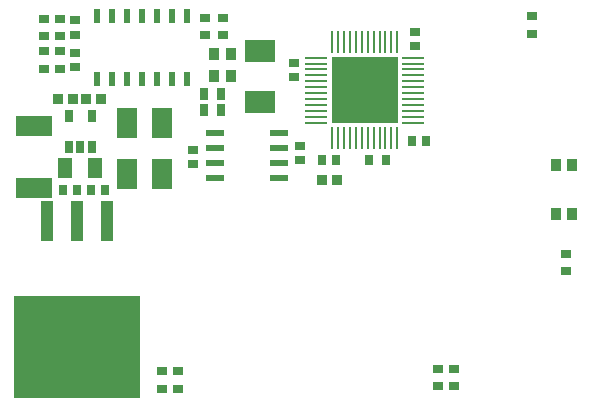
<source format=gbp>
G04*
G04 #@! TF.GenerationSoftware,Altium Limited,Altium Designer,21.0.8 (223)*
G04*
G04 Layer_Color=128*
%FSLAX25Y25*%
%MOIN*%
G70*
G04*
G04 #@! TF.SameCoordinates,CF28ABD0-DF4C-4253-A353-1030560CAA2A*
G04*
G04*
G04 #@! TF.FilePolarity,Positive*
G04*
G01*
G75*
%ADD61O,0.00984X0.07874*%
%ADD62O,0.07874X0.00984*%
%ADD63R,0.22047X0.22047*%
%ADD64R,0.03150X0.03937*%
%ADD65R,0.10236X0.07480*%
%ADD66R,0.03543X0.02559*%
%ADD67R,0.03543X0.02953*%
%ADD68R,0.06102X0.02362*%
%ADD69R,0.02284X0.04646*%
%ADD70R,0.03740X0.04134*%
%ADD71R,0.02953X0.03543*%
%ADD72R,0.02559X0.03543*%
%ADD73R,0.03174X0.03379*%
%ADD74R,0.06890X0.10433*%
%ADD75R,0.12402X0.07008*%
%ADD76R,0.02598X0.03937*%
%ADD77R,0.42126X0.33858*%
%ADD78R,0.03937X0.13386*%
%ADD79R,0.04545X0.06717*%
%ADD80R,0.03543X0.04134*%
D61*
X307504Y338453D02*
D03*
X309472D02*
D03*
X311441D02*
D03*
X313409D02*
D03*
X315378D02*
D03*
X317347D02*
D03*
X319315D02*
D03*
X321284D02*
D03*
X323252D02*
D03*
X325220D02*
D03*
X327189D02*
D03*
X329157D02*
D03*
Y306209D02*
D03*
X327189D02*
D03*
X325220D02*
D03*
X323252D02*
D03*
X321284D02*
D03*
X319315D02*
D03*
X317347D02*
D03*
X315378D02*
D03*
X313409D02*
D03*
X311441D02*
D03*
X309472D02*
D03*
X307504D02*
D03*
D62*
X334453Y333157D02*
D03*
Y331189D02*
D03*
Y329221D02*
D03*
Y327252D02*
D03*
Y325284D02*
D03*
Y323315D02*
D03*
Y321346D02*
D03*
Y319378D02*
D03*
Y317409D02*
D03*
Y315441D02*
D03*
Y313472D02*
D03*
Y311504D02*
D03*
X302209D02*
D03*
Y313472D02*
D03*
Y315441D02*
D03*
Y317409D02*
D03*
Y319378D02*
D03*
Y321346D02*
D03*
Y323315D02*
D03*
Y325284D02*
D03*
Y327252D02*
D03*
Y329221D02*
D03*
Y331189D02*
D03*
Y333157D02*
D03*
D63*
X318331Y322331D02*
D03*
D64*
X270553Y315600D02*
D03*
X264647D02*
D03*
Y321100D02*
D03*
X270553D02*
D03*
D65*
X283300Y335365D02*
D03*
Y318435D02*
D03*
D66*
X385299Y261947D02*
D03*
Y267853D02*
D03*
X255999Y228753D02*
D03*
Y222847D02*
D03*
X271001Y340547D02*
D03*
Y346453D02*
D03*
X265001Y340547D02*
D03*
Y346453D02*
D03*
X342599Y223547D02*
D03*
Y229453D02*
D03*
X348099Y223547D02*
D03*
Y229453D02*
D03*
X250599Y228753D02*
D03*
Y222847D02*
D03*
X211290Y346179D02*
D03*
Y340274D02*
D03*
X211288Y329298D02*
D03*
Y335203D02*
D03*
X216887D02*
D03*
Y329298D02*
D03*
X216886Y340274D02*
D03*
Y346179D02*
D03*
X374001Y346953D02*
D03*
Y341047D02*
D03*
D67*
X261100Y302462D02*
D03*
Y297738D02*
D03*
X335000Y337138D02*
D03*
Y341862D02*
D03*
X296900Y303862D02*
D03*
Y299138D02*
D03*
X221796Y345589D02*
D03*
Y340864D02*
D03*
X221784Y329889D02*
D03*
Y334613D02*
D03*
X294700Y331462D02*
D03*
Y326738D02*
D03*
D68*
X268470Y308000D02*
D03*
X289730Y303000D02*
D03*
X268470Y293000D02*
D03*
X289730Y308000D02*
D03*
Y298000D02*
D03*
Y293000D02*
D03*
X268470Y298000D02*
D03*
Y303000D02*
D03*
D69*
X229000Y346972D02*
D03*
X234000D02*
D03*
X239000D02*
D03*
X244000D02*
D03*
X249000D02*
D03*
X254000D02*
D03*
X259000D02*
D03*
Y326028D02*
D03*
X254000D02*
D03*
X249000D02*
D03*
X244000D02*
D03*
X239000D02*
D03*
X234000D02*
D03*
X229000D02*
D03*
D70*
X267946Y334500D02*
D03*
X273654D02*
D03*
X267946Y326900D02*
D03*
X273654D02*
D03*
D71*
X304138Y299200D02*
D03*
X308862D02*
D03*
X334138Y305500D02*
D03*
X338862D02*
D03*
X227138Y288900D02*
D03*
X231862D02*
D03*
X222362D02*
D03*
X217638D02*
D03*
D72*
X319647Y299101D02*
D03*
X325553D02*
D03*
D73*
X304035Y292400D02*
D03*
X308965D02*
D03*
X220965Y319500D02*
D03*
X216035D02*
D03*
X225535D02*
D03*
X230465D02*
D03*
D74*
X250800Y311465D02*
D03*
Y294535D02*
D03*
X239000Y311429D02*
D03*
Y294500D02*
D03*
D75*
X208000Y289705D02*
D03*
Y310295D02*
D03*
D76*
X227240Y313618D02*
D03*
X219760D02*
D03*
Y303382D02*
D03*
X223500D02*
D03*
X227240D02*
D03*
D77*
X222500Y236868D02*
D03*
D78*
Y278600D02*
D03*
X212500D02*
D03*
X232500D02*
D03*
D79*
X218477Y296500D02*
D03*
X228523D02*
D03*
D80*
X387315Y297400D02*
D03*
X382000D02*
D03*
X387457Y281100D02*
D03*
X382142D02*
D03*
M02*

</source>
